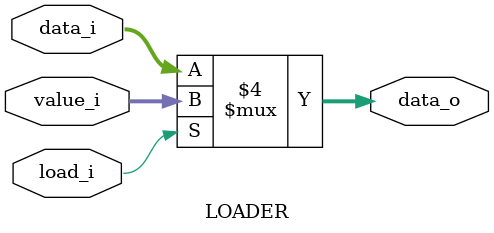
<source format=v>
module LOADER(data_o, load_i, value_i, data_i);
	input		[5:0] value_i;
	input		[5:0] data_i;
	input 	load_i;
	output 	[5:0] data_o;
	
	wire		[5:0] value_i;
	wire		[5:0] data_i;
	wire	 	load_i;
	reg 		[5:0] data_o;
	
	always @ (data_i, load_i, value_i) begin
		if (load_i == 1'b0) data_o <= data_i;
		else data_o <= value_i;
	end
endmodule
</source>
